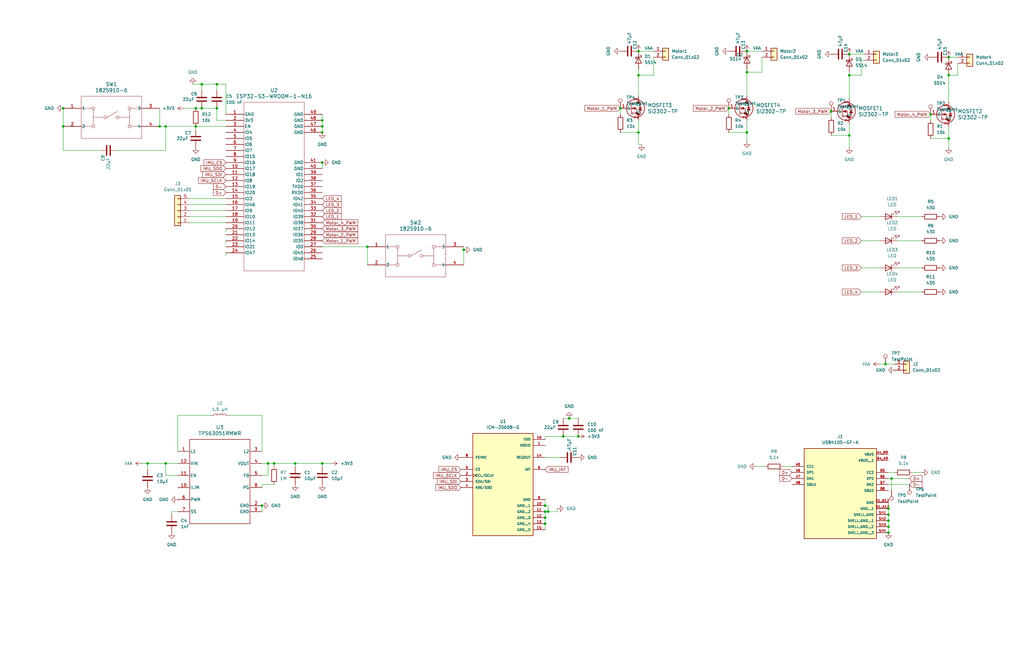
<source format=kicad_sch>
(kicad_sch (version 20231120) (generator "eeschema") (generator_version "8.0")
  (paper "B")
  (junction (at 135.89 68.58))
  (junction (at 82.55 45.72))
  (junction (at 154.94 104.14))
  (junction (at 110.49 213.36))
  (junction (at 269.24 21.59))
  (junction (at 314.96 21.59))
  (junction (at 358.14 57.15))
  (junction (at 392.43 48.26))
  (junction (at 91.44 35.56))
  (junction (at 374.65 224.79))
  (junction (at 26.67 45.72))
  (junction (at 229.87 220.98))
  (junction (at 69.85 195.58))
  (junction (at 240.03 176.53))
  (junction (at 91.44 45.72))
  (junction (at 243.84 184.15))
  (junction (at 229.87 213.36))
  (junction (at 350.52 46.99))
  (junction (at 67.31 53.34))
  (junction (at 62.23 195.58))
  (junction (at 400.05 31.75))
  (junction (at 269.24 31.75))
  (junction (at 374.65 217.17))
  (junction (at 314.96 55.88))
  (junction (at 229.87 218.44))
  (junction (at 195.58 105.41))
  (junction (at 307.34 45.72))
  (junction (at 135.89 50.8))
  (junction (at 124.46 195.58))
  (junction (at 113.03 195.58))
  (junction (at 135.89 53.34))
  (junction (at 374.65 214.63))
  (junction (at 237.49 184.15))
  (junction (at 269.24 55.88))
  (junction (at 400.05 24.13))
  (junction (at 400.05 58.42))
  (junction (at 358.14 31.75))
  (junction (at 85.09 35.56))
  (junction (at 85.09 45.72))
  (junction (at 373.38 153.67))
  (junction (at 26.67 53.34))
  (junction (at 135.89 195.58))
  (junction (at 82.55 53.34))
  (junction (at 314.96 30.48))
  (junction (at 374.65 222.25))
  (junction (at 358.14 22.86))
  (junction (at 135.89 55.88))
  (junction (at 375.92 201.93))
  (junction (at 229.87 215.9))
  (junction (at 231.14 215.9))
  (junction (at 115.57 195.58))
  (junction (at 261.62 45.72))
  (junction (at 69.85 53.34))
  (junction (at 374.65 219.71))
  (wire (pts (xy 269.24 31.75) (xy 269.24 40.64)))
  (wire (pts (xy 110.49 200.66) (xy 113.03 200.66)))
  (wire (pts (xy 375.92 201.93) (xy 374.65 201.93)))
  (wire (pts (xy 115.57 204.47) (xy 110.49 204.47)))
  (wire (pts (xy 229.87 184.15) (xy 229.87 185.42)))
  (wire (pts (xy 95.25 102.87) (xy 95.25 101.6)))
  (wire (pts (xy 363.22 25.4) (xy 363.22 31.75)))
  (wire (pts (xy 375.92 207.01) (xy 375.92 201.93)))
  (wire (pts (xy 69.85 63.5) (xy 69.85 53.34)))
  (wire (pts (xy 314.96 29.21) (xy 314.96 30.48)))
  (wire (pts (xy 110.49 213.36) (xy 110.49 215.9)))
  (wire (pts (xy 85.09 35.56) (xy 85.09 38.1)))
  (wire (pts (xy 135.89 53.34) (xy 135.89 55.88)))
  (wire (pts (xy 81.28 35.56) (xy 85.09 35.56)))
  (wire (pts (xy 124.46 195.58) (xy 124.46 196.85)))
  (wire (pts (xy 363.22 123.19) (xy 370.84 123.19)))
  (wire (pts (xy 358.14 22.86) (xy 364.49 22.86)))
  (wire (pts (xy 135.89 104.14) (xy 154.94 104.14)))
  (wire (pts (xy 72.39 215.9) (xy 74.93 215.9)))
  (wire (pts (xy 400.05 58.42) (xy 400.05 53.34)))
  (wire (pts (xy 82.55 45.72) (xy 85.09 45.72)))
  (wire (pts (xy 350.52 46.99) (xy 350.52 49.53)))
  (wire (pts (xy 374.65 217.17) (xy 374.65 219.71)))
  (wire (pts (xy 74.93 200.66) (xy 69.85 200.66)))
  (wire (pts (xy 88.9 175.26) (xy 74.93 175.26)))
  (wire (pts (xy 231.14 215.9) (xy 229.87 215.9)))
  (wire (pts (xy 110.49 175.26) (xy 110.49 190.5)))
  (wire (pts (xy 269.24 21.59) (xy 275.59 21.59)))
  (wire (pts (xy 26.67 45.72) (xy 26.67 53.34)))
  (wire (pts (xy 363.22 91.44) (xy 370.84 91.44)))
  (wire (pts (xy 80.01 83.82) (xy 95.25 83.82)))
  (wire (pts (xy 237.49 176.53) (xy 240.03 176.53)))
  (wire (pts (xy 318.77 196.85) (xy 322.58 196.85)))
  (wire (pts (xy 358.14 57.15) (xy 358.14 52.07)))
  (wire (pts (xy 72.39 217.17) (xy 72.39 215.9)))
  (wire (pts (xy 95.25 107.95) (xy 95.25 106.68)))
  (wire (pts (xy 261.62 55.88) (xy 269.24 55.88)))
  (wire (pts (xy 392.43 58.42) (xy 400.05 58.42)))
  (wire (pts (xy 384.81 199.39) (xy 388.62 199.39)))
  (wire (pts (xy 231.14 213.36) (xy 231.14 215.9)))
  (wire (pts (xy 374.65 219.71) (xy 374.65 222.25)))
  (wire (pts (xy 154.94 104.14) (xy 154.94 111.76)))
  (wire (pts (xy 374.65 222.25) (xy 374.65 224.79)))
  (wire (pts (xy 237.49 184.15) (xy 229.87 184.15)))
  (wire (pts (xy 229.87 218.44) (xy 229.87 220.98)))
  (wire (pts (xy 269.24 29.21) (xy 269.24 31.75)))
  (wire (pts (xy 374.65 212.09) (xy 374.65 214.63)))
  (wire (pts (xy 67.31 53.34) (xy 69.85 53.34)))
  (wire (pts (xy 135.89 50.8) (xy 135.89 53.34)))
  (wire (pts (xy 237.49 184.15) (xy 243.84 184.15)))
  (wire (pts (xy 124.46 195.58) (xy 115.57 195.58)))
  (wire (pts (xy 378.46 113.03) (xy 388.62 113.03)))
  (wire (pts (xy 314.96 59.69) (xy 314.96 55.88)))
  (wire (pts (xy 49.53 63.5) (xy 69.85 63.5)))
  (wire (pts (xy 321.31 24.13) (xy 321.31 30.48)))
  (wire (pts (xy 269.24 55.88) (xy 269.24 50.8)))
  (wire (pts (xy 80.01 91.44) (xy 95.25 91.44)))
  (wire (pts (xy 358.14 62.23) (xy 358.14 57.15)))
  (wire (pts (xy 26.67 63.5) (xy 26.67 53.34)))
  (wire (pts (xy 113.03 200.66) (xy 113.03 195.58)))
  (wire (pts (xy 403.86 31.75) (xy 400.05 31.75)))
  (wire (pts (xy 195.58 105.41) (xy 195.58 111.76)))
  (wire (pts (xy 135.89 195.58) (xy 124.46 195.58)))
  (wire (pts (xy 240.03 176.53) (xy 243.84 176.53)))
  (wire (pts (xy 69.85 53.34) (xy 82.55 53.34)))
  (wire (pts (xy 91.44 50.8) (xy 91.44 45.72)))
  (wire (pts (xy 77.47 45.72) (xy 82.55 45.72)))
  (wire (pts (xy 62.23 195.58) (xy 69.85 195.58)))
  (wire (pts (xy 358.14 31.75) (xy 358.14 41.91)))
  (wire (pts (xy 229.87 210.82) (xy 229.87 213.36)))
  (wire (pts (xy 229.87 220.98) (xy 229.87 223.52)))
  (wire (pts (xy 59.69 195.58) (xy 62.23 195.58)))
  (wire (pts (xy 69.85 200.66) (xy 69.85 195.58)))
  (wire (pts (xy 269.24 60.96) (xy 269.24 55.88)))
  (wire (pts (xy 85.09 35.56) (xy 91.44 35.56)))
  (wire (pts (xy 229.87 193.04) (xy 236.22 193.04)))
  (wire (pts (xy 400.05 62.23) (xy 400.05 58.42)))
  (wire (pts (xy 229.87 213.36) (xy 231.14 213.36)))
  (wire (pts (xy 85.09 45.72) (xy 91.44 45.72)))
  (wire (pts (xy 275.59 24.13) (xy 275.59 31.75)))
  (wire (pts (xy 95.25 97.79) (xy 95.25 96.52)))
  (wire (pts (xy 96.52 175.26) (xy 110.49 175.26)))
  (wire (pts (xy 135.89 68.58) (xy 135.89 71.12)))
  (wire (pts (xy 135.89 48.26) (xy 135.89 50.8)))
  (wire (pts (xy 378.46 101.6) (xy 388.62 101.6)))
  (wire (pts (xy 363.22 25.4) (xy 364.49 25.4)))
  (wire (pts (xy 307.34 55.88) (xy 314.96 55.88)))
  (wire (pts (xy 135.89 195.58) (xy 135.89 196.85)))
  (wire (pts (xy 261.62 45.72) (xy 261.62 48.26)))
  (wire (pts (xy 330.2 196.85) (xy 334.01 196.85)))
  (wire (pts (xy 378.46 91.44) (xy 388.62 91.44)))
  (wire (pts (xy 41.91 63.5) (xy 26.67 63.5)))
  (wire (pts (xy 82.55 53.34) (xy 82.55 54.61)))
  (wire (pts (xy 115.57 195.58) (xy 115.57 196.85)))
  (wire (pts (xy 115.57 195.58) (xy 113.03 195.58)))
  (wire (pts (xy 95.25 50.8) (xy 91.44 50.8)))
  (wire (pts (xy 113.03 195.58) (xy 110.49 195.58)))
  (wire (pts (xy 363.22 31.75) (xy 358.14 31.75)))
  (wire (pts (xy 374.65 214.63) (xy 374.65 217.17)))
  (wire (pts (xy 275.59 31.75) (xy 269.24 31.75)))
  (wire (pts (xy 69.85 195.58) (xy 74.93 195.58)))
  (wire (pts (xy 314.96 30.48) (xy 314.96 40.64)))
  (wire (pts (xy 234.95 215.9) (xy 231.14 215.9)))
  (wire (pts (xy 195.58 104.14) (xy 195.58 105.41)))
  (wire (pts (xy 400.05 24.13) (xy 403.86 24.13)))
  (wire (pts (xy 110.49 204.47) (xy 110.49 205.74)))
  (wire (pts (xy 91.44 35.56) (xy 95.25 35.56)))
  (wire (pts (xy 321.31 30.48) (xy 314.96 30.48)))
  (wire (pts (xy 358.14 30.48) (xy 358.14 31.75)))
  (wire (pts (xy 314.96 21.59) (xy 321.31 21.59)))
  (wire (pts (xy 403.86 26.67) (xy 403.86 31.75)))
  (wire (pts (xy 80.01 93.98) (xy 95.25 93.98)))
  (wire (pts (xy 139.7 195.58) (xy 135.89 195.58)))
  (wire (pts (xy 314.96 55.88) (xy 314.96 50.8)))
  (wire (pts (xy 91.44 35.56) (xy 91.44 38.1)))
  (wire (pts (xy 373.38 153.67) (xy 377.19 153.67)))
  (wire (pts (xy 269.24 60.96) (xy 270.51 60.96)))
  (wire (pts (xy 307.34 45.72) (xy 307.34 48.26)))
  (wire (pts (xy 74.93 175.26) (xy 74.93 190.5)))
  (wire (pts (xy 392.43 48.26) (xy 392.43 50.8)))
  (wire (pts (xy 95.25 35.56) (xy 95.25 48.26)))
  (wire (pts (xy 378.46 123.19) (xy 388.62 123.19)))
  (wire (pts (xy 400.05 31.75) (xy 400.05 43.18)))
  (wire (pts (xy 234.95 214.63) (xy 234.95 215.9)))
  (wire (pts (xy 82.55 53.34) (xy 95.25 53.34)))
  (wire (pts (xy 80.01 88.9) (xy 95.25 88.9)))
  (wire (pts (xy 370.84 153.67) (xy 373.38 153.67)))
  (wire (pts (xy 383.54 201.93) (xy 375.92 201.93)))
  (wire (pts (xy 229.87 215.9) (xy 229.87 218.44)))
  (wire (pts (xy 363.22 113.03) (xy 370.84 113.03)))
  (wire (pts (xy 80.01 86.36) (xy 95.25 86.36)))
  (wire (pts (xy 67.31 45.72) (xy 67.31 53.34)))
  (wire (pts (xy 374.65 199.39) (xy 377.19 199.39)))
  (wire (pts (xy 350.52 57.15) (xy 358.14 57.15)))
  (wire (pts (xy 363.22 101.6) (xy 370.84 101.6)))
  (wire (pts (xy 62.23 195.58) (xy 62.23 198.12)))
  (wire (pts (xy 383.54 204.47) (xy 374.65 204.47)))
  (global_label "IMU_INT" (shape input) (at 229.87 198.12 0) (property "Intersheetrefs" "${INTERSHEET_REFS}" (effects (hide yes))))
  (global_label "IMU_SDI" (shape input) (at 194.31 203.2 180) (property "Intersheetrefs" "${INTERSHEET_REFS}" (effects (hide yes))))
  (global_label "Motor_1_PWM" (shape input) (at 261.62 45.72 180) (property "Intersheetrefs" "${INTERSHEET_REFS}" (effects (hide yes))))
  (global_label "LED_2" (shape input) (at 363.22 101.6 180) (property "Intersheetrefs" "${INTERSHEET_REFS}" (effects (hide yes))))
  (global_label "D+" (shape input) (at 95.25 81.28 180) (property "Intersheetrefs" "${INTERSHEET_REFS}" (effects (hide yes))))
  (global_label "LED_3" (shape input) (at 135.89 86.36 0) (property "Intersheetrefs" "${INTERSHEET_REFS}" (effects (hide yes))))
  (global_label "LED_4" (shape input) (at 135.89 83.82 0) (property "Intersheetrefs" "${INTERSHEET_REFS}" (effects (hide yes))))
  (global_label "D-" (shape input) (at 334.01 201.93 180) (property "Intersheetrefs" "${INTERSHEET_REFS}" (effects (hide yes))))
  (global_label "D-" (shape input) (at 95.25 78.74 180) (property "Intersheetrefs" "${INTERSHEET_REFS}" (effects (hide yes))))
  (global_label "Motor_2_PWM" (shape input) (at 307.34 45.72 180) (property "Intersheetrefs" "${INTERSHEET_REFS}" (effects (hide yes))))
  (global_label "IMU_SDO" (shape input) (at 95.25 71.12 180) (property "Intersheetrefs" "${INTERSHEET_REFS}" (effects (hide yes))))
  (global_label "IMU_SDO" (shape input) (at 194.31 205.74 180) (property "Intersheetrefs" "${INTERSHEET_REFS}" (effects (hide yes))))
  (global_label "Motor_4_PWM" (shape input) (at 135.89 93.98 0) (property "Intersheetrefs" "${INTERSHEET_REFS}" (effects (hide yes))))
  (global_label "D+" (shape input) (at 383.54 201.93 0) (property "Intersheetrefs" "${INTERSHEET_REFS}" (effects (hide yes))))
  (global_label "Motor_2_PWM" (shape input) (at 135.89 99.06 0) (property "Intersheetrefs" "${INTERSHEET_REFS}" (effects (hide yes))))
  (global_label "D-" (shape input) (at 383.54 204.47 0) (property "Intersheetrefs" "${INTERSHEET_REFS}" (effects (hide yes))))
  (global_label "Motor_3_PWM" (shape input) (at 135.89 96.52 0) (property "Intersheetrefs" "${INTERSHEET_REFS}" (effects (hide yes))))
  (global_label "IMU_CS" (shape input) (at 95.25 68.58 180) (property "Intersheetrefs" "${INTERSHEET_REFS}" (effects (hide yes))))
  (global_label "LED_3" (shape input) (at 363.22 113.03 180) (property "Intersheetrefs" "${INTERSHEET_REFS}" (effects (hide yes))))
  (global_label "Motor_4_PWM" (shape input) (at 392.43 48.26 180) (property "Intersheetrefs" "${INTERSHEET_REFS}" (effects (hide yes))))
  (global_label "IMU_SCLK" (shape input) (at 194.31 200.66 180) (property "Intersheetrefs" "${INTERSHEET_REFS}" (effects (hide yes))))
  (global_label "LED_2" (shape input) (at 135.89 88.9 0) (property "Intersheetrefs" "${INTERSHEET_REFS}" (effects (hide yes))))
  (global_label "Motor_3_PWM" (shape input) (at 350.52 46.99 180) (property "Intersheetrefs" "${INTERSHEET_REFS}" (effects (hide yes))))
  (global_label "LED_1" (shape input) (at 363.22 91.44 180) (property "Intersheetrefs" "${INTERSHEET_REFS}" (effects (hide yes))))
  (global_label "D+" (shape input) (at 334.01 199.39 180) (property "Intersheetrefs" "${INTERSHEET_REFS}" (effects (hide yes))))
  (global_label "LED_1" (shape input) (at 135.89 91.44 0) (property "Intersheetrefs" "${INTERSHEET_REFS}" (effects (hide yes))))
  (global_label "Motor_1_PWM" (shape input) (at 135.89 101.6 0) (property "Intersheetrefs" "${INTERSHEET_REFS}" (effects (hide yes))))
  (global_label "IMU_CS" (shape input) (at 194.31 198.12 180) (property "Intersheetrefs" "${INTERSHEET_REFS}" (effects (hide yes))))
  (global_label "IMU_SDI" (shape input) (at 95.25 73.66 180) (property "Intersheetrefs" "${INTERSHEET_REFS}" (effects (hide yes))))
  (global_label "LED_4" (shape input) (at 363.22 123.19 180) (property "Intersheetrefs" "${INTERSHEET_REFS}" (effects (hide yes))))
  (global_label "IMU_SCLK" (shape input) (at 95.25 76.2 180) (property "Intersheetrefs" "${INTERSHEET_REFS}" (effects (hide yes))))
  (symbol (lib_id "Device:R") (at 392.43 123.19 90) (unit 1)
    (property "Reference" "R11" (at 392.43 116.84 90))
    (property "Value" "430" (at 392.43 119.38 90))
    (property "Footprint" "Resistor_SMD:R_0603_1608Metric_Pad0.98x0.95mm_HandSolder" (effects (hide yes)))
    (property "Description" "Resistor" (effects (hide yes)))
  )
  (symbol (lib_id "Connector_Generic:Conn_01x05") (at 74.93 88.9 180) (unit 1)
    (property "Reference" "J3" (at 74.93 77.47 0))
    (property "Value" "Conn_01x05" (at 74.93 80.01 0))
    (property "Footprint" "Connector_PinSocket_2.54mm:PinSocket_1x05_P2.54mm_Vertical" (effects (hide yes)))
    (property "Description" "Generic connector, single row, 01x05, script generated (kicad-library-utils/schlib/autogen/connector/)" (effects (hide yes)))
  )
  (symbol (lib_id "power:GND") (at 261.62 21.59 270) (unit 1)
    (property "Reference" "#PWR038" (effects (hide yes)))
    (property "Value" "GND" (at 256.54 21.59 0))
    (property "Description" "Power symbol creates a global label with name \"GND\" , ground" (effects (hide yes)))
  )
  (symbol (lib_id "Diode:SS14") (at 400.05 27.94 270) (unit 1)
    (property "Reference" "D4" (at 394.97 32.512 90) (effects (justify left)))
    (property "Value" "SS14" (at 393.7 35.052 90) (effects (justify left)))
    (property "Footprint" "Diode_SMD:D_SMA" (effects (hide yes)))
    (property "Datasheet" "https://www.vishay.com/docs/88746/ss12.pdf" (effects (hide yes)))
    (property "Description" "40V 1A Schottky Diode, SMA" (effects (hide yes)))
  )
  (symbol (lib_id "power:GND") (at 124.46 204.47 0) (unit 1)
    (property "Reference" "#PWR012" (effects (hide yes)))
    (property "Value" "GND" (at 124.46 209.55 0))
    (property "Description" "Power symbol creates a global label with name \"GND\" , ground" (effects (hide yes)))
  )
  (symbol (lib_id "Device:L") (at 92.71 175.26 90) (unit 1)
    (property "Reference" "L1" (at 92.71 170.18 90))
    (property "Value" "1.5 μH" (at 92.71 172.72 90))
    (property "Footprint" "Capacitor_SMD:C_0603_1608Metric_Pad1.08x0.95mm_HandSolder" (effects (hide yes)))
    (property "Description" "Inductor" (effects (hide yes)))
  )
  (symbol (lib_id "Device:R") (at 326.39 196.85 90) (unit 1)
    (property "Reference" "R9" (at 326.39 190.5 90))
    (property "Value" "5.1k" (at 326.39 193.04 90))
    (property "Footprint" "Resistor_SMD:R_0603_1608Metric_Pad0.98x0.95mm_HandSolder" (effects (hide yes)))
    (property "Description" "Resistor" (effects (hide yes)))
  )
  (symbol (lib_id "power:GND") (at 82.55 62.23 0) (unit 1)
    (property "Reference" "#PWR030" (effects (hide yes)))
    (property "Value" "GND" (at 82.55 67.31 0))
    (property "Description" "Power symbol creates a global label with name \"GND\" , ground" (effects (hide yes)))
  )
  (symbol (lib_id "Device:R") (at 350.52 53.34 0) (unit 1)
    (property "Reference" "R2" (at 353.06 52.0699 0) (effects (justify left)))
    (property "Value" "10k" (at 353.06 54.6099 0) (effects (justify left)))
    (property "Footprint" "Resistor_SMD:R_0603_1608Metric_Pad0.98x0.95mm_HandSolder" (effects (hide yes)))
    (property "Description" "Resistor" (effects (hide yes)))
  )
  (symbol (lib_id "Diode:SS14") (at 358.14 26.67 270) (unit 1)
    (property "Reference" "D3" (at 360.68 25.0824 90) (effects (justify left)))
    (property "Value" "SS14" (at 360.68 27.6224 90) (effects (justify left)))
    (property "Footprint" "Diode_SMD:D_SMA" (effects (hide yes)))
    (property "Datasheet" "https://www.vishay.com/docs/88746/ss12.pdf" (effects (hide yes)))
    (property "Description" "40V 1A Schottky Diode, SMA" (effects (hide yes)))
  )
  (symbol (lib_id "SI2303_TP:SI2302-TP") (at 307.34 45.72 0) (unit 1)
    (property "Reference" "MOSFET4" (at 318.77 44.4499 0) (effects (font (size 1.524 1.524)) (justify left)))
    (property "Value" "SI2302-TP" (at 318.77 46.9899 0) (effects (font (size 1.524 1.524)) (justify left)))
    (property "Footprint" "SOT-23_MCC" (effects (hide yes)))
    (property "Datasheet" "SI2302-TP" (effects (hide yes)))
  )
  (symbol (lib_id "power:GND") (at 135.89 68.58 90) (unit 1)
    (property "Reference" "#PWR027" (effects (hide yes)))
    (property "Value" "GND" (at 139.7 68.5799 90) (effects (justify right)))
    (property "Description" "Power symbol creates a global label with name \"GND\" , ground" (effects (hide yes)))
  )
  (symbol (lib_id "power:GND") (at 135.89 204.47 0) (unit 1)
    (property "Reference" "#PWR013" (effects (hide yes)))
    (property "Value" "GND" (at 135.89 209.55 0))
    (property "Description" "Power symbol creates a global label with name \"GND\" , ground" (effects (hide yes)))
  )
  (symbol (lib_id "2025-03-19_22-50-46:ESP32-S3-WROOM-1-N16") (at 95.25 48.26 0) (unit 1)
    (property "Reference" "U2" (at 115.57 38.1 0) (effects (font (size 1.524 1.524))))
    (property "Value" "ESP32-S3-WROOM-1-N16" (at 115.57 40.64 0) (effects (font (size 1.524 1.524))))
    (property "Footprint" "ESP32-S3-WROOM-1_EXP" (effects (hide yes)))
    (property "Datasheet" "ESP32-S3-WROOM-1-N16" (effects (hide yes)))
  )
  (symbol (lib_id "Connector:TestPoint") (at 261.62 45.72 0) (unit 1)
    (property "Reference" "TP4" (at 264.16 41.1479 0) (effects (justify left)))
    (property "Value" "TestPoint" (at 264.16 43.6879 0) (effects (justify left)))
    (property "Footprint" "Connector_Pin:Pin_D1.0mm_L10.0mm" (effects (hide yes)))
    (property "Description" "test point" (effects (hide yes)))
  )
  (symbol (lib_id "Device:R") (at 115.57 200.66 0) (unit 1)
    (property "Reference" "R7" (at 118.11 199.3899 0) (effects (justify left)))
    (property "Value" "1M" (at 118.11 201.9299 0) (effects (justify left)))
    (property "Footprint" "Resistor_SMD:R_0603_1608Metric_Pad0.98x0.95mm_HandSolder" (effects (hide yes)))
    (property "Description" "Resistor" (effects (hide yes)))
  )
  (symbol (lib_id "Device:LED") (at 374.65 113.03 180) (unit 1)
    (property "Reference" "LED3" (at 376.2375 105.41 0))
    (property "Value" "LED" (at 376.2375 107.95 0))
    (property "Footprint" "LED_SMD:LED_0603_1608Metric_Pad1.05x0.95mm_HandSolder" (effects (hide yes)))
    (property "Description" "Light emitting diode" (effects (hide yes)))
  )
  (symbol (lib_id "power:+3V3") (at 77.47 45.72 90) (unit 1)
    (property "Reference" "#PWR028" (effects (hide yes)))
    (property "Value" "+3V3" (at 73.66 45.7199 90) (effects (justify left)))
    (property "Description" "Power symbol creates a global label with name \"+3V3\"" (effects (hide yes)))
  )
  (symbol (lib_id "power:VAA") (at 370.84 153.67 90) (unit 1)
    (property "Reference" "#PWR036" (effects (hide yes)))
    (property "Value" "VAA" (at 367.03 153.6699 90) (effects (justify left)))
    (property "Description" "Power symbol creates a global label with name \"VAA\"" (effects (hide yes)))
  )
  (symbol (lib_id "Device:C") (at 82.55 58.42 0) (unit 1)
    (property "Reference" "C7" (at 77.978 56.134 0) (effects (justify left)))
    (property "Value" "22μF" (at 74.422 58.42 0) (effects (justify left)))
    (property "Footprint" "Capacitor_SMD:C_0603_1608Metric_Pad1.08x0.95mm_HandSolder" (effects (hide yes)))
    (property "Description" "Unpolarized capacitor" (effects (hide yes)))
  )
  (symbol (lib_id "Device:C") (at 45.72 63.5 90) (unit 1)
    (property "Reference" "C8" (at 43.434 68.072 0) (effects (justify left)))
    (property "Value" "22μF" (at 45.72 71.628 0) (effects (justify left)))
    (property "Footprint" "Capacitor_SMD:C_0603_1608Metric_Pad1.08x0.95mm_HandSolder" (effects (hide yes)))
    (property "Description" "Unpolarized capacitor" (effects (hide yes)))
  )
  (symbol (lib_id "Device:C") (at 62.23 201.93 0) (unit 1)
    (property "Reference" "C3" (at 66.04 200.6599 0) (effects (justify left)))
    (property "Value" "10μF" (at 66.04 203.1999 0) (effects (justify left)))
    (property "Footprint" "Capacitor_SMD:C_0603_1608Metric_Pad1.08x0.95mm_HandSolder" (effects (hide yes)))
    (property "Description" "Unpolarized capacitor" (effects (hide yes)))
  )
  (symbol (lib_id "power:VAA") (at 314.96 21.59 0) (unit 1)
    (property "Reference" "#PWR019" (effects (hide yes)))
    (property "Value" "VAA" (at 317.5 20.3199 0) (effects (justify left)))
    (property "Description" "Power symbol creates a global label with name \"VAA\"" (effects (hide yes)))
  )
  (symbol (lib_id "Device:R") (at 392.43 113.03 90) (unit 1)
    (property "Reference" "R10" (at 392.43 106.68 90))
    (property "Value" "430" (at 392.43 109.22 90))
    (property "Footprint" "Resistor_SMD:R_0603_1608Metric_Pad0.98x0.95mm_HandSolder" (effects (hide yes)))
    (property "Description" "Resistor" (effects (hide yes)))
  )
  (symbol (lib_id "power:GND") (at 396.24 101.6 90) (unit 1)
    (property "Reference" "#PWR08" (effects (hide yes)))
    (property "Value" "GND" (at 400.05 101.5999 90) (effects (justify right)))
    (property "Description" "Power symbol creates a global label with name \"GND\" , ground" (effects (hide yes)))
  )
  (symbol (lib_id "SI2303_TP:SI2302-TP") (at 261.62 45.72 0) (unit 1)
    (property "Reference" "MOSFET3" (at 273.05 44.4499 0) (effects (font (size 1.524 1.524)) (justify left)))
    (property "Value" "SI2302-TP" (at 273.05 46.9899 0) (effects (font (size 1.524 1.524)) (justify left)))
    (property "Footprint" "SOT-23_MCC" (effects (hide yes)))
    (property "Datasheet" "SI2302-TP" (effects (hide yes)))
  )
  (symbol (lib_id "power:GND") (at 400.05 62.23 0) (unit 1)
    (property "Reference" "#PWR02" (effects (hide yes)))
    (property "Value" "GND" (at 400.05 67.31 0))
    (property "Description" "Power symbol creates a global label with name \"GND\" , ground" (effects (hide yes)))
  )
  (symbol (lib_id "Diode:SS14") (at 269.24 25.4 270) (unit 1)
    (property "Reference" "D1" (at 271.78 23.8124 90) (effects (justify left)))
    (property "Value" "SS14" (at 271.78 26.3524 90) (effects (justify left)))
    (property "Footprint" "Diode_SMD:D_SMA" (effects (hide yes)))
    (property "Datasheet" "https://www.vishay.com/docs/88746/ss12.pdf" (effects (hide yes)))
    (property "Description" "40V 1A Schottky Diode, SMA" (effects (hide yes)))
  )
  (symbol (lib_id "Device:C") (at 240.03 193.04 270) (unit 1)
    (property "Reference" "C11" (at 242.316 188.468 0) (effects (justify left)))
    (property "Value" ".47μF" (at 240.03 184.912 0) (effects (justify left)))
    (property "Footprint" "Capacitor_SMD:C_0603_1608Metric_Pad1.08x0.95mm_HandSolder" (effects (hide yes)))
    (property "Description" "Unpolarized capacitor" (effects (hide yes)))
  )
  (symbol (lib_id "Connector:TestPoint") (at 350.52 46.99 0) (unit 1)
    (property "Reference" "TP1" (at 353.06 42.4179 0) (effects (justify left)))
    (property "Value" "TestPoint" (at 353.06 44.9579 0) (effects (justify left)))
    (property "Footprint" "Connector_Pin:Pin_D1.0mm_L10.0mm" (effects (hide yes)))
    (property "Description" "test point" (effects (hide yes)))
  )
  (symbol (lib_id "SI2303_TP:SI2302-TP") (at 350.52 46.99 0) (unit 1)
    (property "Reference" "MOSFET1" (at 361.95 45.7199 0) (effects (font (size 1.524 1.524)) (justify left)))
    (property "Value" "SI2302-TP" (at 361.95 48.2599 0) (effects (font (size 1.524 1.524)) (justify left)))
    (property "Footprint" "SOT-23_MCC" (effects (hide yes)))
    (property "Datasheet" "SI2302-TP" (effects (hide yes)))
  )
  (symbol (lib_id "Connector:TestPoint") (at 307.34 45.72 0) (unit 1)
    (property "Reference" "TP3" (at 309.88 41.1479 0) (effects (justify left)))
    (property "Value" "TestPoint" (at 309.88 43.6879 0) (effects (justify left)))
    (property "Footprint" "Connector_Pin:Pin_D1.0mm_L10.0mm" (effects (hide yes)))
    (property "Description" "test point" (effects (hide yes)))
  )
  (symbol (lib_id "power:GND") (at 307.34 21.59 270) (unit 1)
    (property "Reference" "#PWR039" (effects (hide yes)))
    (property "Value" "GND" (at 302.26 21.59 0))
    (property "Description" "Power symbol creates a global label with name \"GND\" , ground" (effects (hide yes)))
  )
  (symbol (lib_id "Connector_Generic:Conn_01x02") (at 326.39 21.59 0) (unit 1)
    (property "Reference" "Motor2" (at 328.93 21.5899 0) (effects (justify left)))
    (property "Value" "Conn_01x02" (at 328.93 24.1299 0) (effects (justify left)))
    (property "Footprint" "Connector_JST:JST_EH_B2B-EH-A_1x02_P2.50mm_Vertical" (effects (hide yes)))
    (property "Description" "Generic connector, single row, 01x02, script generated (kicad-library-utils/schlib/autogen/connector/)" (effects (hide yes)))
  )
  (symbol (lib_id "power:GND") (at 392.43 24.13 270) (unit 1)
    (property "Reference" "#PWR041" (effects (hide yes)))
    (property "Value" "GND" (at 387.35 24.13 0))
    (property "Description" "Power symbol creates a global label with name \"GND\" , ground" (effects (hide yes)))
  )
  (symbol (lib_id "Device:C") (at 354.33 22.86 270) (unit 1)
    (property "Reference" "C14" (at 356.616 18.288 0) (effects (justify left)))
    (property "Value" "47μF" (at 354.33 14.732 0) (effects (justify left)))
    (property "Footprint" "Capacitor_SMD:C_0603_1608Metric_Pad1.08x0.95mm_HandSolder" (effects (hide yes)))
    (property "Description" "Unpolarized capacitor" (effects (hide yes)))
  )
  (symbol (lib_id "power:GND") (at 318.77 196.85 270) (unit 1)
    (property "Reference" "#PWR024" (effects (hide yes)))
    (property "Value" "GND" (at 314.96 196.8499 90) (effects (justify right)))
    (property "Description" "Power symbol creates a global label with name \"GND\" , ground" (effects (hide yes)))
  )
  (symbol (lib_id "power:GND") (at 195.58 105.41 90) (unit 1)
    (property "Reference" "#PWR029" (effects (hide yes)))
    (property "Value" "GND" (at 199.39 105.4099 90) (effects (justify right)))
    (property "Description" "Power symbol creates a global label with name \"GND\" , ground" (effects (hide yes)))
  )
  (symbol (lib_id "power:GND") (at 26.67 45.72 270) (unit 1)
    (property "Reference" "#PWR031" (effects (hide yes)))
    (property "Value" "GND" (at 22.86 45.7199 90) (effects (justify right)))
    (property "Description" "Power symbol creates a global label with name \"GND\" , ground" (effects (hide yes)))
  )
  (symbol (lib_id "power:VAA") (at 358.14 22.86 0) (unit 1)
    (property "Reference" "#PWR020" (effects (hide yes)))
    (property "Value" "VAA" (at 360.68 21.5899 0) (effects (justify left)))
    (property "Description" "Power symbol creates a global label with name \"VAA\"" (effects (hide yes)))
  )
  (symbol (lib_id "power:GND") (at 72.39 224.79 0) (unit 1)
    (property "Reference" "#PWR016" (effects (hide yes)))
    (property "Value" "GND" (at 72.39 229.87 0))
    (property "Description" "Power symbol creates a global label with name \"GND\" , ground" (effects (hide yes)))
  )
  (symbol (lib_id "Connector:TestPoint") (at 373.38 153.67 0) (unit 1)
    (property "Reference" "TP7" (at 375.92 149.0979 0) (effects (justify left)))
    (property "Value" "TestPoint" (at 375.92 151.6379 0) (effects (justify left)))
    (property "Footprint" "Connector_Pin:Pin_D1.0mm_L10.0mm" (effects (hide yes)))
    (property "Description" "test point" (effects (hide yes)))
  )
  (symbol (lib_id "power:+3V3") (at 243.84 184.15 270) (unit 1)
    (property "Reference" "#PWR032" (effects (hide yes)))
    (property "Value" "+3V3" (at 247.65 184.1499 90) (effects (justify left)))
    (property "Description" "Power symbol creates a global label with name \"+3V3\"" (effects (hide yes)))
  )
  (symbol (lib_id "power:GND") (at 194.31 193.04 270) (unit 1)
    (property "Reference" "#PWR035" (effects (hide yes)))
    (property "Value" "GND" (at 190.5 193.0399 90) (effects (justify right)))
    (property "Description" "Power symbol creates a global label with name \"GND\" , ground" (effects (hide yes)))
  )
  (symbol (lib_id "ICM-20608-G:ICM-20608-G") (at 212.09 198.12 0) (unit 1)
    (property "Reference" "U1" (at 212.09 177.8 0))
    (property "Value" "ICM-20608-G" (at 212.09 180.34 0))
    (property "Footprint" "ICM_20608_G:PQFN50P300X300X80-16N" (effects (hide yes)))
    (property "PARTREV" "1.0" (effects (hide yes)))
    (property "STANDARD" "IPC-7351B" (effects (hide yes)))
    (property "MANUFACTURER" "TDK" (effects (hide yes)))
  )
  (symbol (lib_id "Device:C") (at 91.44 41.91 0) (unit 1)
    (property "Reference" "C5" (at 95.25 40.6399 0) (effects (justify left)))
    (property "Value" "100 nF" (at 95.25 43.1799 0) (effects (justify left)))
    (property "Footprint" "Capacitor_SMD:C_0603_1608Metric_Pad1.08x0.95mm_HandSolder" (effects (hide yes)))
    (property "Description" "Unpolarized capacitor" (effects (hide yes)))
  )
  (symbol (lib_id "Device:C") (at 396.24 24.13 270) (unit 1)
    (property "Reference" "C15" (at 398.526 19.558 0) (effects (justify left)))
    (property "Value" "47μF" (at 396.24 16.002 0) (effects (justify left)))
    (property "Footprint" "Capacitor_SMD:C_0603_1608Metric_Pad1.08x0.95mm_HandSolder" (effects (hide yes)))
    (property "Description" "Unpolarized capacitor" (effects (hide yes)))
  )
  (symbol (lib_id "power:GND") (at 243.84 193.04 90) (unit 1)
    (property "Reference" "#PWR034" (effects (hide yes)))
    (property "Value" "GND" (at 247.65 193.0399 90) (effects (justify right)))
    (property "Description" "Power symbol creates a global label with name \"GND\" , ground" (effects (hide yes)))
  )
  (symbol (lib_id "Button:1825910-6") (at 154.94 104.14 0) (unit 1)
    (property "Reference" "SW2" (at 175.26 93.98 0) (effects (font (size 1.524 1.524))))
    (property "Value" "1825910-6" (at 175.26 96.52 0) (effects (font (size 1.524 1.524))))
    (property "Footprint" "SW4_1825910-B_TEC" (effects (hide yes)))
    (property "Datasheet" "1825910-6" (effects (hide yes)))
  )
  (symbol (lib_id "Device:LED") (at 374.65 101.6 180) (unit 1)
    (property "Reference" "LED2" (at 376.2375 93.98 0))
    (property "Value" "LED" (at 376.2375 96.52 0))
    (property "Footprint" "LED_SMD:LED_0603_1608Metric_Pad1.05x0.95mm_HandSolder" (effects (hide yes)))
    (property "Description" "Light emitting diode" (effects (hide yes)))
  )
  (symbol (lib_id "power:GND") (at 358.14 62.23 0) (unit 1)
    (property "Reference" "#PWR01" (effects (hide yes)))
    (property "Value" "GND" (at 358.14 67.31 0))
    (property "Description" "Power symbol creates a global label with name \"GND\" , ground" (effects (hide yes)))
  )
  (symbol (lib_id "Connector:TestPoint") (at 392.43 48.26 0) (unit 1)
    (property "Reference" "TP2" (at 394.97 43.6879 0) (effects (justify left)))
    (property "Value" "TestPoint" (at 394.97 46.2279 0) (effects (justify left)))
    (property "Footprint" "Connector_Pin:Pin_D1.0mm_L10.0mm" (effects (hide yes)))
    (property "Description" "test point" (effects (hide yes)))
  )
  (symbol (lib_id "power:GND") (at 62.23 205.74 0) (unit 1)
    (property "Reference" "#PWR015" (effects (hide yes)))
    (property "Value" "GND" (at 62.23 210.82 0))
    (property "Description" "Power symbol creates a global label with name \"GND\" , ground" (effects (hide yes)))
  )
  (symbol (lib_id "power:GND") (at 81.28 35.56 180) (unit 1)
    (property "Reference" "#PWR023" (effects (hide yes)))
    (property "Value" "GND" (at 81.28 30.48 0))
    (property "Description" "Power symbol creates a global label with name \"GND\" , ground" (effects (hide yes)))
  )
  (symbol (lib_id "power:GND") (at 396.24 123.19 90) (unit 1)
    (property "Reference" "#PWR026" (effects (hide yes)))
    (property "Value" "GND" (at 400.05 123.1899 90) (effects (justify right)))
    (property "Description" "Power symbol creates a global label with name \"GND\" , ground" (effects (hide yes)))
  )
  (symbol (lib_id "Device:R") (at 82.55 49.53 180) (unit 1)
    (property "Reference" "R12" (at 85.09 48.2599 0) (effects (justify right)))
    (property "Value" "10k" (at 85.09 50.7999 0) (effects (justify right)))
    (property "Footprint" "Resistor_SMD:R_0603_1608Metric_Pad0.98x0.95mm_HandSolder" (effects (hide yes)))
    (property "Description" "Resistor" (effects (hide yes)))
  )
  (symbol (lib_id "Device:LED") (at 374.65 91.44 180) (unit 1)
    (property "Reference" "LED1" (at 376.2375 83.82 0))
    (property "Value" "LED" (at 376.2375 86.36 0))
    (property "Footprint" "LED_SMD:LED_0603_1608Metric_Pad1.05x0.95mm_HandSolder" (effects (hide yes)))
    (property "Description" "Light emitting diode" (effects (hide yes)))
  )
  (symbol (lib_id "Device:C") (at 85.09 41.91 0) (unit 1)
    (property "Reference" "C6" (at 80.518 39.624 0) (effects (justify left)))
    (property "Value" "22μF" (at 76.962 41.91 0) (effects (justify left)))
    (property "Footprint" "Capacitor_SMD:C_0603_1608Metric_Pad1.08x0.95mm_HandSolder" (effects (hide yes)))
    (property "Description" "Unpolarized capacitor" (effects (hide yes)))
  )
  (symbol (lib_id "Device:R") (at 307.34 52.07 0) (unit 1)
    (property "Reference" "R4" (at 309.88 50.7999 0) (effects (justify left)))
    (property "Value" "10k" (at 309.88 53.3399 0) (effects (justify left)))
    (property "Footprint" "Resistor_SMD:R_0603_1608Metric_Pad0.98x0.95mm_HandSolder" (effects (hide yes)))
    (property "Description" "Resistor" (effects (hide yes)))
  )
  (symbol (lib_id "Device:R") (at 261.62 52.07 0) (unit 1)
    (property "Reference" "R3" (at 264.16 50.7999 0) (effects (justify left)))
    (property "Value" "10k" (at 264.16 53.3399 0) (effects (justify left)))
    (property "Footprint" "Resistor_SMD:R_0603_1608Metric_Pad0.98x0.95mm_HandSolder" (effects (hide yes)))
    (property "Description" "Resistor" (effects (hide yes)))
  )
  (symbol (lib_id "Device:C") (at 311.15 21.59 270) (unit 1)
    (property "Reference" "C13" (at 313.436 17.018 0) (effects (justify left)))
    (property "Value" "47μF" (at 311.15 13.462 0) (effects (justify left)))
    (property "Footprint" "Capacitor_SMD:C_0603_1608Metric_Pad1.08x0.95mm_HandSolder" (effects (hide yes)))
    (property "Description" "Unpolarized capacitor" (effects (hide yes)))
  )
  (symbol (lib_id "Connector:TestPoint") (at 383.54 204.47 180) (unit 1)
    (property "Reference" "TP6" (at 386.08 206.5019 0) (effects (justify right)))
    (property "Value" "TestPoint" (at 386.08 209.0419 0) (effects (justify right)))
    (property "Footprint" "Connector_Pin:Pin_D1.0mm_L10.0mm" (effects (hide yes)))
    (property "Description" "test point" (effects (hide yes)))
  )
  (symbol (lib_id "power:GND") (at 314.96 59.69 0) (unit 1)
    (property "Reference" "#PWR04" (effects (hide yes)))
    (property "Value" "GND" (at 314.96 64.77 0))
    (property "Description" "Power symbol creates a global label with name \"GND\" , ground" (effects (hide yes)))
  )
  (symbol (lib_id "Device:R") (at 392.43 91.44 90) (unit 1)
    (property "Reference" "R5" (at 392.43 85.09 90))
    (property "Value" "430" (at 392.43 87.63 90))
    (property "Footprint" "Resistor_SMD:R_0603_1608Metric_Pad0.98x0.95mm_HandSolder" (effects (hide yes)))
    (property "Description" "Resistor" (effects (hide yes)))
  )
  (symbol (lib_id "Device:R") (at 392.43 54.61 0) (unit 1)
    (property "Reference" "R1" (at 394.97 53.3399 0) (effects (justify left)))
    (property "Value" "10k" (at 394.97 55.8799 0) (effects (justify left)))
    (property "Footprint" "Resistor_SMD:R_0603_1608Metric_Pad0.98x0.95mm_HandSolder" (effects (hide yes)))
    (property "Description" "Resistor" (effects (hide yes)))
  )
  (symbol (lib_id "power:VAA") (at 59.69 195.58 90) (unit 1)
    (property "Reference" "#PWR010" (effects (hide yes)))
    (property "Value" "VAA" (at 55.88 195.5799 90) (effects (justify left)))
    (property "Description" "Power symbol creates a global label with name \"VAA\"" (effects (hide yes)))
  )
  (symbol (lib_id "power:GND") (at 396.24 113.03 90) (unit 1)
    (property "Reference" "#PWR025" (effects (hide yes)))
    (property "Value" "GND" (at 400.05 113.0299 90) (effects (justify right)))
    (property "Description" "Power symbol creates a global label with name \"GND\" , ground" (effects (hide yes)))
  )
  (symbol (lib_id "Button:1825910-6") (at 26.67 45.72 0) (unit 1)
    (property "Reference" "SW1" (at 46.99 35.56 0) (effects (font (size 1.524 1.524))))
    (property "Value" "1825910-6" (at 46.99 38.1 0) (effects (font (size 1.524 1.524))))
    (property "Footprint" "SW4_1825910-B_TEC" (effects (hide yes)))
    (property "Datasheet" "1825910-6" (effects (hide yes)))
  )
  (symbol (lib_id "power:VAA") (at 400.05 24.13 0) (unit 1)
    (property "Reference" "#PWR021" (effects (hide yes)))
    (property "Value" "VAA" (at 402.59 22.8599 0) (effects (justify left)))
    (property "Description" "Power symbol creates a global label with name \"VAA\"" (effects (hide yes)))
  )
  (symbol (lib_id "Device:C") (at 243.84 180.34 0) (unit 1)
    (property "Reference" "C10" (at 247.65 179.0699 0) (effects (justify left)))
    (property "Value" "100 nF" (at 247.65 181.6099 0) (effects (justify left)))
    (property "Footprint" "Capacitor_SMD:C_0603_1608Metric_Pad1.08x0.95mm_HandSolder" (effects (hide yes)))
    (property "Description" "Unpolarized capacitor" (effects (hide yes)))
  )
  (symbol (lib_id "Diode:SS14") (at 314.96 25.4 270) (unit 1)
    (property "Reference" "D2" (at 310.642 23.114 90) (effects (justify left)))
    (property "Value" "SS14" (at 307.594 24.892 90) (effects (justify left)))
    (property "Footprint" "Diode_SMD:D_SMA" (effects (hide yes)))
    (property "Datasheet" "https://www.vishay.com/docs/88746/ss12.pdf" (effects (hide yes)))
    (property "Description" "40V 1A Schottky Diode, SMA" (effects (hide yes)))
  )
  (symbol (lib_id "power:VAA") (at 269.24 21.59 0) (unit 1)
    (property "Reference" "#PWR09" (effects (hide yes)))
    (property "Value" "VAA" (at 271.78 20.3199 0) (effects (justify left)))
    (property "Description" "Power symbol creates a global label with name \"VAA\"" (effects (hide yes)))
  )
  (symbol (lib_id "power:+3V3") (at 139.7 195.58 270) (unit 1)
    (property "Reference" "#PWR011" (effects (hide yes)))
    (property "Value" "+3V3" (at 143.51 195.5799 90) (effects (justify left)))
    (property "Description" "Power symbol creates a global label with name \"+3V3\"" (effects (hide yes)))
  )
  (symbol (lib_id "Device:C") (at 124.46 200.66 0) (unit 1)
    (property "Reference" "C1" (at 128.27 199.3899 0) (effects (justify left)))
    (property "Value" "10μF" (at 128.27 201.9299 0) (effects (justify left)))
    (property "Footprint" "Capacitor_SMD:C_0603_1608Metric_Pad1.08x0.95mm_HandSolder" (effects (hide yes)))
    (property "Description" "Unpolarized capacitor" (effects (hide yes)))
  )
  (symbol (lib_id "TPS63051:TPS63051RMWR") (at 92.71 203.2 0) (unit 1)
    (property "Reference" "U3" (at 92.71 180.34 0) (effects (font (size 1.524 1.524))))
    (property "Value" "TPS63051RMWR" (at 92.71 182.88 0) (effects (font (size 1.524 1.524))))
    (property "Footprint" "RMW0012A" (effects (hide yes)))
    (property "Datasheet" "TPS63051RMWR" (effects (hide yes)))
  )
  (symbol (lib_id "power:GND") (at 388.62 199.39 90) (unit 1)
    (property "Reference" "#PWR018" (effects (hide yes)))
    (property "Value" "GND" (at 392.43 199.3899 90) (effects (justify right)))
    (property "Description" "Power symbol creates a global label with name \"GND\" , ground" (effects (hide yes)))
  )
  (symbol (lib_id "Connector_Generic:Conn_01x02") (at 280.67 21.59 0) (unit 1)
    (property "Reference" "Motor1" (at 283.21 21.5899 0) (effects (justify left)))
    (property "Value" "Conn_01x02" (at 283.21 24.1299 0) (effects (justify left)))
    (property "Footprint" "Connector_JST:JST_EH_B2B-EH-A_1x02_P2.50mm_Vertical" (effects (hide yes)))
    (property "Description" "Generic connector, single row, 01x02, script generated (kicad-library-utils/schlib/autogen/connector/)" (effects (hide yes)))
  )
  (symbol (lib_id "Device:R") (at 392.43 101.6 90) (unit 1)
    (property "Reference" "R6" (at 392.43 95.25 90))
    (property "Value" "430" (at 392.43 97.79 90))
    (property "Footprint" "Resistor_SMD:R_0603_1608Metric_Pad0.98x0.95mm_HandSolder" (effects (hide yes)))
    (property "Description" "Resistor" (effects (hide yes)))
  )
  (symbol (lib_id "Device:C") (at 135.89 200.66 0) (unit 1)
    (property "Reference" "C2" (at 139.7 199.3899 0) (effects (justify left)))
    (property "Value" "10μF" (at 139.7 201.9299 0) (effects (justify left)))
    (property "Footprint" "Capacitor_SMD:C_0603_1608Metric_Pad1.08x0.95mm_HandSolder" (effects (hide yes)))
    (property "Description" "Unpolarized capacitor" (effects (hide yes)))
  )
  (symbol (lib_id "power:GND") (at 350.52 22.86 270) (unit 1)
    (property "Reference" "#PWR040" (effects (hide yes)))
    (property "Value" "GND" (at 345.44 22.86 0))
    (property "Description" "Power symbol creates a global label with name \"GND\" , ground" (effects (hide yes)))
  )
  (symbol (lib_id "Device:C") (at 237.49 180.34 0) (unit 1)
    (property "Reference" "C9" (at 232.918 178.054 0) (effects (justify left)))
    (property "Value" "22μF" (at 229.362 180.34 0) (effects (justify left)))
    (property "Footprint" "Capacitor_SMD:C_0603_1608Metric_Pad1.08x0.95mm_HandSolder" (effects (hide yes)))
    (property "Description" "Unpolarized capacitor" (effects (hide yes)))
  )
  (symbol (lib_id "Device:C") (at 265.43 21.59 270) (unit 1)
    (property "Reference" "C12" (at 267.716 17.018 0) (effects (justify left)))
    (property "Value" "47μF" (at 265.43 13.462 0) (effects (justify left)))
    (property "Footprint" "Capacitor_SMD:C_0603_1608Metric_Pad1.08x0.95mm_HandSolder" (effects (hide yes)))
    (property "Description" "Unpolarized capacitor" (effects (hide yes)))
  )
  (symbol (lib_id "Device:LED") (at 374.65 123.19 180) (unit 1)
    (property "Reference" "LED4" (at 376.2375 115.57 0))
    (property "Value" "LED" (at 376.2375 118.11 0))
    (property "Footprint" "LED_SMD:LED_0603_1608Metric_Pad1.05x0.95mm_HandSolder" (effects (hide yes)))
    (property "Description" "Light emitting diode" (effects (hide yes)))
  )
  (symbol (lib_id "power:GND") (at 270.51 60.96 0) (unit 1)
    (property "Reference" "#PWR03" (effects (hide yes)))
    (property "Value" "GND" (at 270.51 66.04 0))
    (property "Description" "Power symbol creates a global label with name \"GND\" , ground" (effects (hide yes)))
  )
  (symbol (lib_id "Connector_Generic:Conn_01x02") (at 408.94 24.13 0) (unit 1)
    (property "Reference" "Motor4" (at 411.48 24.1299 0) (effects (justify left)))
    (property "Value" "Conn_01x02" (at 411.48 26.6699 0) (effects (justify left)))
    (property "Footprint" "Connector_JST:JST_EH_B2B-EH-A_1x02_P2.50mm_Vertical" (effects (hide yes)))
    (property "Description" "Generic connector, single row, 01x02, script generated (kicad-library-utils/schlib/autogen/connector/)" (effects (hide yes)))
  )
  (symbol (lib_id "Connector_Generic:Conn_01x02") (at 369.57 22.86 0) (unit 1)
    (property "Reference" "Motor3" (at 372.11 22.8599 0) (effects (justify left)))
    (property "Value" "Conn_01x02" (at 372.11 25.3999 0) (effects (justify left)))
    (property "Footprint" "Connector_JST:JST_EH_B2B-EH-A_1x02_P2.50mm_Vertical" (effects (hide yes)))
    (property "Description" "Generic connector, single row, 01x02, script generated (kicad-library-utils/schlib/autogen/connector/)" (effects (hide yes)))
  )
  (symbol (lib_id "USB4105-GF-A:USB4105-GF-A") (at 354.33 201.93 0) (unit 1)
    (property "Reference" "J1" (at 354.33 184.15 0))
    (property "Value" "USB4105-GF-A" (at 354.33 186.69 0))
    (property "Footprint" "USB4105_GF_A(2):GCT_USB4105-GF-A" (effects (hide yes)))
    (property "PARTREV" "B4" (effects (hide yes)))
    (property "STANDARD" "Manufacturer Recommendations" (effects (hide yes)))
    (property "MAXIMUM_PACKAGE_HEIGHT" "3.31 mm" (effects (hide yes)))
    (property "MANUFACTURER" "GCT" (effects (hide yes)))
  )
  (symbol (lib_id "Connector_Generic:Conn_01x02") (at 382.27 153.67 0) (unit 1)
    (property "Reference" "J2" (at 384.81 153.6699 0) (effects (justify left)))
    (property "Value" "Conn_01x02" (at 384.81 156.2099 0) (effects (justify left)))
    (property "Footprint" "Connector_JST:JST_PH_B2B-PH-K_1x02_P2.00mm_Vertical" (effects (hide yes)))
    (property "Description" "Generic connector, single row, 01x02, script generated (kicad-library-utils/schlib/autogen/connector/)" (effects (hide yes)))
  )
  (symbol (lib_id "power:GND") (at 110.49 213.36 90) (unit 1)
    (property "Reference" "#PWR014" (effects (hide yes)))
    (property "Value" "GND" (at 114.3 213.3599 90) (effects (justify right)))
    (property "Description" "Power symbol creates a global label with name \"GND\" , ground" (effects (hide yes)))
  )
  (symbol (lib_id "power:GND") (at 135.89 55.88 0) (unit 1)
    (property "Reference" "#PWR022" (effects (hide yes)))
    (property "Value" "GND" (at 135.89 60.96 0))
    (property "Description" "Power symbol creates a global label with name \"GND\" , ground" (effects (hide yes)))
  )
  (symbol (lib_id "SI2303_TP:SI2302-TP") (at 392.43 48.26 0) (unit 1)
    (property "Reference" "MOSFET2" (at 403.86 46.9899 0) (effects (font (size 1.524 1.524)) (justify left)))
    (property "Value" "SI2302-TP" (at 403.86 49.5299 0) (effects (font (size 1.524 1.524)) (justify left)))
    (property "Footprint" "SOT-23_MCC" (effects (hide yes)))
    (property "Datasheet" "SI2302-TP" (effects (hide yes)))
  )
  (symbol (lib_id "Connector:TestPoint") (at 375.92 207.01 180) (unit 1)
    (property "Reference" "TP5" (at 378.46 209.0419 0) (effects (justify right)))
    (property "Value" "TestPoint" (at 378.46 211.5819 0) (effects (justify right)))
    (property "Footprint" "Connector_Pin:Pin_D1.0mm_L10.0mm" (effects (hide yes)))
    (property "Description" "test point" (effects (hide yes)))
  )
  (symbol (lib_id "Device:R") (at 381 199.39 90) (unit 1)
    (property "Reference" "R8" (at 381 193.04 90))
    (property "Value" "5.1k" (at 381 195.58 90))
    (property "Footprint" "Resistor_SMD:R_0603_1608Metric_Pad0.98x0.95mm_HandSolder" (effects (hide yes)))
    (property "Description" "Resistor" (effects (hide yes)))
  )
  (symbol (lib_id "power:GND") (at 374.65 224.79 0) (unit 1)
    (property "Reference" "#PWR06" (effects (hide yes)))
    (property "Value" "GND" (at 374.65 229.87 0))
    (property "Description" "Power symbol creates a global label with name \"GND\" , ground" (effects (hide yes)))
  )
  (symbol (lib_id "power:GND") (at 396.24 91.44 90) (unit 1)
    (property "Reference" "#PWR07" (effects (hide yes)))
    (property "Value" "GND" (at 400.05 91.4399 90) (effects (justify right)))
    (property "Description" "Power symbol creates a global label with name \"GND\" , ground" (effects (hide yes)))
  )
  (symbol (lib_id "power:GND") (at 240.03 176.53 180) (unit 1)
    (property "Reference" "#PWR033" (effects (hide yes)))
    (property "Value" "GND" (at 240.03 171.45 0))
    (property "Description" "Power symbol creates a global label with name \"GND\" , ground" (effects (hide yes)))
  )
  (symbol (lib_id "power:GND") (at 234.95 214.63 90) (unit 1)
    (property "Reference" "#PWR05" (effects (hide yes)))
    (property "Value" "GND" (at 238.76 214.6299 90) (effects (justify right)))
    (property "Description" "Power symbol creates a global label with name \"GND\" , ground" (effects (hide yes)))
  )
  (symbol (lib_id "power:GND") (at 74.93 210.82 270) (unit 1)
    (property "Reference" "#PWR017" (effects (hide yes)))
    (property "Value" "GND" (at 71.12 210.8199 90) (effects (justify right)))
    (property "Description" "Power symbol creates a global label with name \"GND\" , ground" (effects (hide yes)))
  )
  (symbol (lib_id "power:GND") (at 377.19 156.21 270) (unit 1)
    (property "Reference" "#PWR037" (effects (hide yes)))
    (property "Value" "GND" (at 373.38 156.2099 90) (effects (justify right)))
    (property "Description" "Power symbol creates a global label with name \"GND\" , ground" (effects (hide yes)))
  )
  (symbol (lib_id "Device:C") (at 72.39 220.98 0) (unit 1)
    (property "Reference" "C4" (at 76.2 219.7099 0) (effects (justify left)))
    (property "Value" "1nF" (at 76.2 222.2499 0) (effects (justify left)))
    (property "Footprint" "Capacitor_SMD:C_0603_1608Metric_Pad1.08x0.95mm_HandSolder" (effects (hide yes)))
    (property "Description" "Unpolarized capacitor" (effects (hide yes)))
  )
)
</source>
